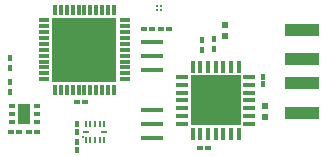
<source format=gbr>
G04 #@! TF.GenerationSoftware,KiCad,Pcbnew,(5.1.6)-1*
G04 #@! TF.CreationDate,2021-12-03T11:37:05+01:00*
G04 #@! TF.ProjectId,Keyvilboard2.0,4b657976-696c-4626-9f61-7264322e302e,rev?*
G04 #@! TF.SameCoordinates,Original*
G04 #@! TF.FileFunction,Paste,Top*
G04 #@! TF.FilePolarity,Positive*
%FSLAX46Y46*%
G04 Gerber Fmt 4.6, Leading zero omitted, Abs format (unit mm)*
G04 Created by KiCad (PCBNEW (5.1.6)-1) date 2021-12-03 11:37:05*
%MOMM*%
%LPD*%
G01*
G04 APERTURE LIST*
%ADD10C,0.186000*%
%ADD11R,0.200000X0.150000*%
%ADD12R,0.600000X0.200000*%
%ADD13R,0.200000X0.600000*%
%ADD14R,0.470000X0.440000*%
%ADD15R,2.880000X1.120000*%
%ADD16R,1.100000X1.700000*%
%ADD17R,0.600000X0.350000*%
%ADD18R,4.200000X4.200000*%
%ADD19R,0.350000X1.050000*%
%ADD20R,1.050000X0.350000*%
%ADD21R,5.400000X5.400000*%
%ADD22R,0.950000X0.300000*%
%ADD23R,0.300000X0.950000*%
%ADD24R,0.400000X0.625000*%
%ADD25R,1.900000X0.400000*%
%ADD26R,0.620000X0.600000*%
%ADD27R,0.440000X0.470000*%
G04 APERTURE END LIST*
D10*
G04 #@! TO.C,IC4*
X154845000Y-95235000D03*
X154495000Y-95235000D03*
X154845000Y-94885000D03*
X154495000Y-94885000D03*
G04 #@! TD*
D11*
G04 #@! TO.C,IC5*
X148270000Y-105955000D03*
D12*
X148470000Y-105530000D03*
D13*
X148470000Y-104880000D03*
X148870000Y-104880000D03*
X149270000Y-104880000D03*
X149670000Y-104880000D03*
X150070000Y-104880000D03*
D12*
X150070000Y-105530000D03*
D13*
X150070000Y-106180000D03*
X149670000Y-106180000D03*
X149270000Y-106180000D03*
X148870000Y-106180000D03*
X148470000Y-106180000D03*
G04 #@! TD*
D14*
G04 #@! TO.C,1uF4*
X155500000Y-96810000D03*
X154830000Y-96810000D03*
G04 #@! TD*
G04 #@! TO.C,1uF1*
X148415000Y-102980000D03*
X147745000Y-102980000D03*
G04 #@! TD*
G04 #@! TO.C,0.1uF3*
X158835000Y-106880000D03*
X158165000Y-106880000D03*
G04 #@! TD*
D15*
G04 #@! TO.C,USBFEMALE1*
X166790000Y-96890000D03*
X166790000Y-99390000D03*
X166790000Y-101390000D03*
X166790000Y-103890000D03*
G04 #@! TD*
D16*
G04 #@! TO.C,PS1*
X143280000Y-104020000D03*
D17*
X142230000Y-104670000D03*
X142230000Y-104020000D03*
X142230000Y-103370000D03*
X144330000Y-103370000D03*
X144330000Y-104020000D03*
X144330000Y-104670000D03*
G04 #@! TD*
D18*
G04 #@! TO.C,IC3*
X159500000Y-102870000D03*
D19*
X157550000Y-100020000D03*
X158200000Y-100020000D03*
X158850000Y-100020000D03*
X159500000Y-100020000D03*
X160150000Y-100020000D03*
X160800000Y-100020000D03*
X161450000Y-100020000D03*
D20*
X162350000Y-100920000D03*
X162350000Y-101570000D03*
X162350000Y-102220000D03*
X162350000Y-102870000D03*
X162350000Y-103520000D03*
X162350000Y-104170000D03*
X162350000Y-104820000D03*
D19*
X161450000Y-105720000D03*
X160800000Y-105720000D03*
X160150000Y-105720000D03*
X159500000Y-105720000D03*
X158850000Y-105720000D03*
X158200000Y-105720000D03*
X157550000Y-105720000D03*
D20*
X156650000Y-104820000D03*
X156650000Y-104170000D03*
X156650000Y-103520000D03*
X156650000Y-102870000D03*
X156650000Y-102220000D03*
X156650000Y-101570000D03*
X156650000Y-100920000D03*
G04 #@! TD*
D21*
G04 #@! TO.C,IC2*
X148380000Y-98570000D03*
D22*
X144980000Y-101070000D03*
X144980000Y-100570000D03*
X144980000Y-100070000D03*
X144980000Y-99570000D03*
X144980000Y-99070000D03*
X144980000Y-98570000D03*
X144980000Y-98070000D03*
X144980000Y-97570000D03*
X144980000Y-97070000D03*
X144980000Y-96570000D03*
X144980000Y-96070000D03*
D23*
X145880000Y-95170000D03*
X146380000Y-95170000D03*
X146880000Y-95170000D03*
X147380000Y-95170000D03*
X147880000Y-95170000D03*
X148380000Y-95170000D03*
X148880000Y-95170000D03*
X149380000Y-95170000D03*
X149880000Y-95170000D03*
X150380000Y-95170000D03*
X150880000Y-95170000D03*
D22*
X151780000Y-96070000D03*
X151780000Y-96570000D03*
X151780000Y-97070000D03*
X151780000Y-97570000D03*
X151780000Y-98070000D03*
X151780000Y-98570000D03*
X151780000Y-99070000D03*
X151780000Y-99570000D03*
X151780000Y-100070000D03*
X151780000Y-100570000D03*
X151780000Y-101070000D03*
D23*
X150880000Y-101970000D03*
X150380000Y-101970000D03*
X149880000Y-101970000D03*
X149380000Y-101970000D03*
X148880000Y-101970000D03*
X148380000Y-101970000D03*
X147880000Y-101970000D03*
X147380000Y-101970000D03*
X146880000Y-101970000D03*
X146380000Y-101970000D03*
X145880000Y-101970000D03*
G04 #@! TD*
D24*
G04 #@! TO.C,22Ohm2*
X142090000Y-100092000D03*
X142090000Y-99268000D03*
G04 #@! TD*
G04 #@! TO.C,22Ohm1*
X142090000Y-102142000D03*
X142090000Y-101318000D03*
G04 #@! TD*
D14*
G04 #@! TO.C,1uF5*
X153390000Y-96810000D03*
X154060000Y-96810000D03*
G04 #@! TD*
G04 #@! TO.C,1uF3*
X142175000Y-105550000D03*
X142845000Y-105550000D03*
G04 #@! TD*
G04 #@! TO.C,1uF2*
X144325000Y-105550000D03*
X143655000Y-105550000D03*
G04 #@! TD*
D25*
G04 #@! TO.C,16Mhz2*
X154110000Y-106040000D03*
X154110000Y-104840000D03*
X154110000Y-103640000D03*
G04 #@! TD*
G04 #@! TO.C,16Mhz1*
X154120000Y-100330000D03*
X154120000Y-99130000D03*
X154120000Y-97930000D03*
G04 #@! TD*
D26*
G04 #@! TO.C,10uF2*
X160260000Y-96490000D03*
X160260000Y-97410000D03*
G04 #@! TD*
G04 #@! TO.C,10uF1*
X163640000Y-104270000D03*
X163640000Y-103350000D03*
G04 #@! TD*
D24*
G04 #@! TO.C,10KOhm1*
X158360000Y-98572000D03*
X158360000Y-97748000D03*
G04 #@! TD*
G04 #@! TO.C,10KOhm2*
X159330000Y-97658000D03*
X159330000Y-98482000D03*
G04 #@! TD*
D27*
G04 #@! TO.C,0.1uF4*
X163510000Y-100845000D03*
X163510000Y-101515000D03*
G04 #@! TD*
G04 #@! TO.C,0.1uF2*
X147750000Y-105565000D03*
X147750000Y-104895000D03*
G04 #@! TD*
G04 #@! TO.C,0.1uF1*
X147760000Y-106350000D03*
X147760000Y-107020000D03*
G04 #@! TD*
M02*

</source>
